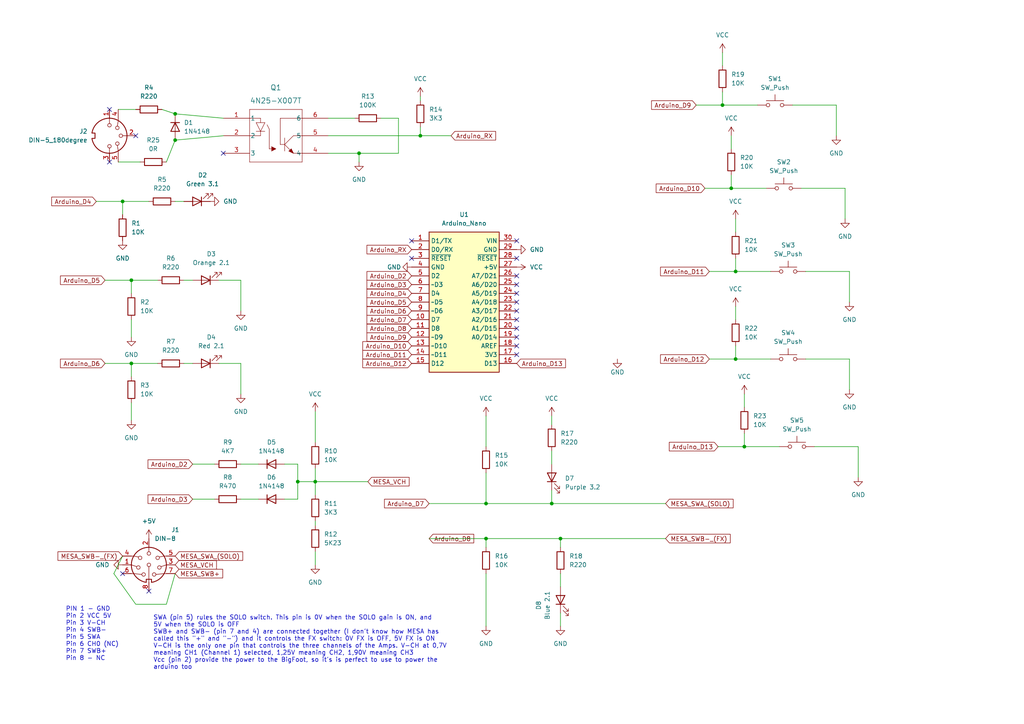
<source format=kicad_sch>
(kicad_sch (version 20211123) (generator eeschema)
  (paper "A4")
  (title_block (title "Dual Rectifier Foot Pedal") (rev "2"))
  (lib_symbols
    (symbol "4n25-x007t:4N25-X007T" (pin_names (offset 0.254))
      (property "Reference" "Q" (at 15.24 7.62 0))
      (property "Value" "4N25-X007T" (at 20.32 5.08 0))
      (symbol "4N25-X007T_0_1"
        (polyline (pts (xy 7.62 -12.7) (xy 22.86 -12.7)) (stroke (width 0.127)))
        (polyline (pts (xy 7.62 -5.08) (xy 10.795 -5.08)) (stroke (width 0.127)))
        (polyline (pts (xy 7.62 0) (xy 10.795 0)) (stroke (width 0.127)))
        (polyline (pts (xy 7.62 2.54) (xy 7.62 -12.7)) (stroke (width 0.127)))
        (polyline (pts (xy 9.525 -3.81) (xy 12.065 -3.81)) (stroke (width 0.127)))
        (polyline (pts (xy 9.525 -1.27) (xy 10.795 -3.81)) (stroke (width 0.127)))
        (polyline (pts (xy 9.525 -1.27) (xy 12.065 -1.27)) (stroke (width 0.127)))
        (polyline (pts (xy 10.795 -3.81) (xy 10.795 -5.08)) (stroke (width 0.127)))
        (polyline (pts (xy 10.795 0) (xy 10.795 -1.27)) (stroke (width 0.127)))
        (polyline (pts (xy 12.065 -1.27) (xy 10.795 -3.81)) (stroke (width 0.127)))
        (polyline (pts (xy 12.7 -1.905) (xy 13.335 -3.175)) (stroke (width 0.127)))
        (polyline (pts (xy 13.335 -8.89) (xy 14.605 -8.89)) (stroke (width 0.127)))
        (polyline (pts (xy 13.335 -3.175) (xy 13.335 -8.89)) (stroke (width 0.127)))
        (polyline (pts (xy 16.51 -7.62) (xy 17.78 -7.62)) (stroke (width 0.127)))
        (polyline (pts (xy 16.51 0) (xy 16.51 -7.62)) (stroke (width 0.127)))
        (polyline (pts (xy 17.78 -7.62) (xy 20.32 -10.16)) (stroke (width 0.127)))
        (polyline (pts (xy 17.78 -5.715) (xy 17.78 -9.525)) (stroke (width 0.127)))
        (polyline (pts (xy 19.05 -9.525) (xy 20.32 -10.16)) (stroke (width 0.127)))
        (polyline (pts (xy 19.685 -8.89) (xy 19.05 -9.525)) (stroke (width 0.127)))
        (polyline (pts (xy 20.32 -10.16) (xy 19.685 -8.89)) (stroke (width 0.127)))
        (polyline (pts (xy 20.32 -10.16) (xy 22.86 -10.16)) (stroke (width 0.127)))
        (polyline (pts (xy 20.32 -5.08) (xy 17.78 -7.62)) (stroke (width 0.127)))
        (polyline (pts (xy 22.86 -12.7) (xy 22.86 2.54)) (stroke (width 0.127)))
        (polyline (pts (xy 22.86 -5.08) (xy 20.32 -5.08)) (stroke (width 0.127)))
        (polyline (pts (xy 22.86 0) (xy 16.51 0)) (stroke (width 0.127)))
        (polyline (pts (xy 22.86 2.54) (xy 7.62 2.54)) (stroke (width 0.127)))
        (polyline (pts (xy 19.05 -9.525) (xy 20.32 -10.16) (xy 19.685 -8.89)) (fill (type outline)))
        (polyline (pts (xy 13.97 -8.255) (xy 15.24 -8.89) (xy 15.24 -8.89) (xy 13.97 -9.525)) (fill (type outline)))
        (pin unspecified line (at 0 0 0) (length 7.62) (name "1") (number "1"))
        (pin unspecified line (at 0 -5.08 0) (length 7.62) (name "2") (number "2"))
        (pin unspecified line (at 0 -10.16 0) (length 7.62) (name "3") (number "3"))
        (pin unspecified line (at 30.48 -10.16 180) (length 7.62) (name "4") (number "4"))
        (pin unspecified line (at 30.48 -5.08 180) (length 7.62) (name "5") (number "5"))
        (pin unspecified line (at 30.48 0 180) (length 7.62) (name "6") (number "6"))
      )
    )
    (symbol "Arduino:Arduino_Nano"
      (property "Reference" "U" (at -10.16 24.13 0))
      (property "Value" "Arduino_Nano" (at -10.16 22.86 0))
      (symbol "Arduino_Nano_0_1"
        (rectangle (start -10.16 20.32) (end 10.16 -20.32) (stroke (width 0.254)) (fill (type background)))
      )
      (symbol "Arduino_Nano_1_1"
        (pin bidirectional line (at -15.24 17.78 0) (length 5.08) (name "D1/TX") (number "1"))
        (pin bidirectional line (at -15.24 -5.08 0) (length 5.08) (name "D7") (number "10"))
        (pin bidirectional line (at -15.24 -7.62 0) (length 5.08) (name "D8") (number "11"))
        (pin bidirectional line (at -15.24 -10.16 0) (length 5.08) (name "~D9") (number "12"))
        (pin bidirectional line (at -15.24 -12.7 0) (length 5.08) (name "~D10") (number "13"))
        (pin bidirectional line (at -15.24 -15.24 0) (length 5.08) (name "~D11") (number "14"))
        (pin bidirectional line (at -15.24 -17.78 0) (length 5.08) (name "D12") (number "15"))
        (pin bidirectional line (at 15.24 -17.78 180) (length 5.08) (name "D13") (number "16"))
        (pin power_out line (at 15.24 -15.24 180) (length 5.08) (name "3V3") (number "17"))
        (pin input line (at 15.24 -12.7 180) (length 5.08) (name "AREF") (number "18"))
        (pin bidirectional line (at 15.24 -10.16 180) (length 5.08) (name "A0/D14") (number "19"))
        (pin bidirectional line (at -15.24 15.24 0) (length 5.08) (name "D0/RX") (number "2"))
        (pin bidirectional line (at 15.24 -7.62 180) (length 5.08) (name "A1/D15") (number "20"))
        (pin bidirectional line (at 15.24 -5.08 180) (length 5.08) (name "A2/D16") (number "21"))
        (pin bidirectional line (at 15.24 -2.54 180) (length 5.08) (name "A3/D17") (number "22"))
        (pin bidirectional line (at 15.24 0 180) (length 5.08) (name "A4/D18") (number "23"))
        (pin bidirectional line (at 15.24 2.54 180) (length 5.08) (name "A5/D19") (number "24"))
        (pin bidirectional line (at 15.24 5.08 180) (length 5.08) (name "A6/D20") (number "25"))
        (pin bidirectional line (at 15.24 7.62 180) (length 5.08) (name "A7/D21") (number "26"))
        (pin power_out line (at 15.24 10.16 180) (length 5.08) (name "+5V") (number "27"))
        (pin input line (at 15.24 12.7 180) (length 5.08) (name "~{RESET}") (number "28"))
        (pin power_in line (at 15.24 15.24 180) (length 5.08) (name "GND") (number "29"))
        (pin input line (at -15.24 12.7 0) (length 5.08) (name "~{RESET}") (number "3"))
        (pin power_in line (at 15.24 17.78 180) (length 5.08) (name "VIN") (number "30"))
        (pin power_in line (at -15.24 10.16 0) (length 5.08) (name "GND") (number "4"))
        (pin bidirectional line (at -15.24 7.62 0) (length 5.08) (name "D2") (number "5"))
        (pin bidirectional line (at -15.24 5.08 0) (length 5.08) (name "~D3") (number "6"))
        (pin bidirectional line (at -15.24 2.54 0) (length 5.08) (name "D4") (number "7"))
        (pin bidirectional line (at -15.24 0 0) (length 5.08) (name "~D5") (number "8"))
        (pin bidirectional line (at -15.24 -2.54 0) (length 5.08) (name "~D6") (number "9"))
      )
    )
    (symbol "Connector:DIN-5_180degree" (pin_names (offset 1.016))
      (property "Reference" "J" (at 3.175 5.715 0))
      (property "Value" "DIN-5_180degree" (at 0 -6.35 0))
      (symbol "DIN-5_180degree_0_1"
        (arc (start -5.08 0) (mid -3.8597 -3.3379) (end -0.762 -5.08) (stroke (width 0.254)))
        (circle (center -3.048 0) (radius 0.508))
        (circle (center -2.286 2.286) (radius 0.508))
        (polyline (pts (xy -5.08 0) (xy -3.556 0)))
        (polyline (pts (xy 0 5.08) (xy 0 3.81)))
        (polyline (pts (xy 5.08 0) (xy 3.556 0)))
        (polyline (pts (xy -5.08 2.54) (xy -4.318 2.54) (xy -2.794 2.286)))
        (polyline (pts (xy 5.08 2.54) (xy 4.318 2.54) (xy 2.794 2.286)))
        (polyline (pts (xy -0.762 -4.953) (xy -0.762 -4.191) (xy 0.762 -4.191) (xy 0.762 -4.953)) (stroke (width 0.254)))
        (circle (center 0 3.302) (radius 0.508))
        (arc (start 0.762 -5.08) (mid 3.8673 -3.3444) (end 5.08 0) (stroke (width 0.254)))
        (circle (center 2.286 2.286) (radius 0.508))
        (circle (center 3.048 0) (radius 0.508))
        (arc (start 5.08 0) (mid 0 5.08) (end -5.08 0) (stroke (width 0.254)))
      )
      (symbol "DIN-5_180degree_1_1"
        (pin passive line (at -7.62 0 0) (length 2.54) (name "~") (number "1"))
        (pin passive line (at 0 7.62 270) (length 2.54) (name "~") (number "2"))
        (pin passive line (at 7.62 0 180) (length 2.54) (name "~") (number "3"))
        (pin passive line (at -7.62 2.54 0) (length 2.54) (name "~") (number "4"))
        (pin passive line (at 7.62 2.54 180) (length 2.54) (name "~") (number "5"))
      )
    )
    (symbol "Connector:DIN-8" (pin_names (offset 1.016))
      (property "Reference" "J" (at 3.175 5.715 0))
      (property "Value" "DIN-8" (at 2.032 -5.842 0))
      (symbol "DIN-8_0_1"
        (arc (start -5.08 0) (mid -3.8597 -3.3379) (end -0.762 -5.08) (stroke (width 0.254)))
        (circle (center -3.048 -0.762) (radius 0.508))
        (circle (center -2.54 2.032) (radius 0.508))
        (circle (center -1.524 -2.794) (radius 0.508))
        (polyline (pts (xy -5.08 0) (xy -3.556 -0.508)))
        (polyline (pts (xy 0 -0.508) (xy 0 -5.08)))
        (polyline (pts (xy 0 5.08) (xy 0 3.81)))
        (polyline (pts (xy 5.08 0) (xy 3.556 -0.508)))
        (polyline (pts (xy -5.08 -2.54) (xy -4.318 -2.54) (xy -2.032 -2.794)))
        (polyline (pts (xy -5.08 2.54) (xy -4.318 2.54) (xy -3.048 2.286)))
        (polyline (pts (xy 5.08 -2.54) (xy 4.318 -2.54) (xy 2.032 -2.794)))
        (polyline (pts (xy 5.08 2.54) (xy 4.318 2.54) (xy 3.048 2.286)))
        (polyline (pts (xy -0.762 -4.953) (xy -0.762 -4.191) (xy 0.762 -4.191) (xy 0.762 -4.953)) (stroke (width 0.254)))
        (circle (center 0 0) (radius 0.508))
        (circle (center 0 3.302) (radius 0.508))
        (arc (start 0.762 -5.08) (mid 3.8673 -3.3444) (end 5.08 0) (stroke (width 0.254)))
        (circle (center 1.524 -2.794) (radius 0.508))
        (circle (center 2.54 2.032) (radius 0.508))
        (circle (center 3.048 -0.762) (radius 0.508))
        (arc (start 5.08 0) (mid 0 5.08) (end -5.08 0) (stroke (width 0.254)))
      )
      (symbol "DIN-8_1_1"
        (pin passive line (at -7.62 0 0) (length 2.54) (name "~") (number "1"))
        (pin passive line (at 0 7.62 270) (length 2.54) (name "~") (number "2"))
        (pin passive line (at 7.62 0 180) (length 2.54) (name "~") (number "3"))
        (pin passive line (at -7.62 2.54 0) (length 2.54) (name "~") (number "4"))
        (pin passive line (at 7.62 2.54 180) (length 2.54) (name "~") (number "5"))
        (pin passive line (at -7.62 -2.54 0) (length 2.54) (name "~") (number "6"))
        (pin passive line (at 7.62 -2.54 180) (length 2.54) (name "~") (number "7"))
        (pin passive line (at 0 -7.62 90) (length 2.54) (name "~") (number "8"))
      )
    )
    (symbol "Device:LED" (pin_numbers hide) (pin_names (offset 1.016) hide)
      (property "Reference" "D" (at 0 2.54 0))
      (property "Value" "LED" (at 0 -2.54 0))
      (symbol "LED_0_1"
        (polyline (pts (xy -1.27 -1.27) (xy -1.27 1.27)) (stroke (width 0.254)))
        (polyline (pts (xy -1.27 0) (xy 1.27 0)))
        (polyline (pts (xy 1.27 -1.27) (xy 1.27 1.27) (xy -1.27 0) (xy 1.27 -1.27)) (stroke (width 0.254)))
        (polyline (pts (xy -3.048 -0.762) (xy -4.572 -2.286) (xy -3.81 -2.286) (xy -4.572 -2.286) (xy -4.572 -1.524)))
        (polyline (pts (xy -1.778 -0.762) (xy -3.302 -2.286) (xy -2.54 -2.286) (xy -3.302 -2.286) (xy -3.302 -1.524)))
      )
      (symbol "LED_1_1"
        (pin passive line (at -3.81 0 0) (length 2.54) (name "K") (number "1"))
        (pin passive line (at 3.81 0 180) (length 2.54) (name "A") (number "2"))
      )
    )
    (symbol "Device:R" (pin_numbers hide) (pin_names (offset 0))
      (property "Reference" "R" (at 2.032 0 90))
      (property "Value" "R" (at 0 0 90))
      (symbol "R_0_1"
        (rectangle (start -1.016 -2.54) (end 1.016 2.54) (stroke (width 0.254)))
      )
      (symbol "R_1_1"
        (pin passive line (at 0 3.81 270) (length 1.27) (name "~") (number "1"))
        (pin passive line (at 0 -3.81 90) (length 1.27) (name "~") (number "2"))
      )
    )
    (symbol "Diode:1N4148" (pin_numbers hide) (pin_names (offset 1.016) hide)
      (property "Reference" "D" (at 0 2.54 0))
      (property "Value" "1N4148" (at 0 -2.54 0))
      (symbol "1N4148_0_1"
        (polyline (pts (xy -1.27 1.27) (xy -1.27 -1.27)) (stroke (width 0.254)))
        (polyline (pts (xy 1.27 0) (xy -1.27 0)))
        (polyline (pts (xy 1.27 1.27) (xy 1.27 -1.27) (xy -1.27 0) (xy 1.27 1.27)) (stroke (width 0.254)))
      )
      (symbol "1N4148_1_1"
        (pin passive line (at -3.81 0 0) (length 2.54) (name "K") (number "1"))
        (pin passive line (at 3.81 0 180) (length 2.54) (name "A") (number "2"))
      )
    )
    (symbol "Switch:SW_Push" (pin_numbers hide) (pin_names (offset 1.016) hide)
      (property "Reference" "SW" (at 1.27 2.54 0))
      (property "Value" "SW_Push" (at 0 -1.524 0))
      (symbol "SW_Push_0_1"
        (circle (center -2.032 0) (radius 0.508))
        (polyline (pts (xy 0 1.27) (xy 0 3.048)))
        (polyline (pts (xy 2.54 1.27) (xy -2.54 1.27)))
        (circle (center 2.032 0) (radius 0.508))
        (pin passive line (at -5.08 0 0) (length 2.54) (name "1") (number "1"))
        (pin passive line (at 5.08 0 180) (length 2.54) (name "2") (number "2"))
      )
    )
    (symbol "power:+5V" (power) (pin_names (offset 0))
      (property "Value" "+5V" (at 0 3.556 0))
      (symbol "+5V_0_1"
        (polyline (pts (xy -0.762 1.27) (xy 0 2.54)))
        (polyline (pts (xy 0 0) (xy 0 2.54)))
        (polyline (pts (xy 0 2.54) (xy 0.762 1.27)))
      )
      (symbol "+5V_1_1"
        (pin power_in line (at 0 0 90) (length 0) hide (name "+5V") (number "1"))
      )
    )
    (symbol "power:GND" (power) (pin_names (offset 0))
      (property "Value" "GND" (at 0 -3.81 0))
      (symbol "GND_0_1"
        (polyline (pts (xy 0 0) (xy 0 -1.27) (xy 1.27 -1.27) (xy 0 -2.54) (xy -1.27 -1.27) (xy 0 -1.27)))
      )
      (symbol "GND_1_1"
        (pin power_in line (at 0 0 270) (length 0) hide (name "GND") (number "1"))
      )
    )
    (symbol "power:VCC" (power) (pin_names (offset 0))
      (property "Value" "VCC" (at 0 3.81 0))
      (symbol "VCC_0_1"
        (polyline (pts (xy -0.762 1.27) (xy 0 2.54)))
        (polyline (pts (xy 0 0) (xy 0 2.54)))
        (polyline (pts (xy 0 2.54) (xy 0.762 1.27)))
      )
      (symbol "VCC_1_1"
        (pin power_in line (at 0 0 90) (length 0) hide (name "VCC") (number "1"))
      )
    )
  )
  (junction (at 215.9 129.54))
  (junction (at 162.56 156.21))
  (junction (at 50.8 33.02))
  (junction (at 38.1 105.41))
  (junction (at 213.36 104.14))
  (junction (at 140.97 156.21))
  (junction (at 121.92 39.37))
  (junction (at 38.1 81.28))
  (junction (at 50.8 40.64))
  (junction (at 213.36 78.74))
  (junction (at 35.56 58.42))
  (junction (at 212.09 54.61))
  (junction (at 86.36 139.7))
  (junction (at 104.14 44.45))
  (junction (at 91.44 139.7))
  (junction (at 140.97 146.05))
  (junction (at 160.02 146.05))
  (junction (at 209.55 30.48))
  (no_connect (at 119.38 69.85))
  (no_connect (at 119.38 74.93))
  (no_connect (at 149.86 102.87))
  (no_connect (at 149.86 100.33))
  (no_connect (at 149.86 97.79))
  (no_connect (at 149.86 95.25))
  (no_connect (at 149.86 92.71))
  (no_connect (at 149.86 90.17))
  (no_connect (at 149.86 87.63))
  (no_connect (at 149.86 85.09))
  (no_connect (at 149.86 69.85))
  (no_connect (at 149.86 82.55))
  (no_connect (at 149.86 80.01))
  (no_connect (at 149.86 74.93))
  (no_connect (at 31.75 31.75))
  (no_connect (at 39.37 39.37))
  (no_connect (at 31.75 46.99))
  (no_connect (at 43.18 171.45))
  (no_connect (at 35.56 166.37))
  (no_connect (at 64.77 44.45))
  (wire (pts (xy 140.97 156.21) (xy 140.97 158.75)))
  (wire (pts (xy 213.36 92.71) (xy 213.36 88.9)))
  (wire (pts (xy 55.88 134.62) (xy 62.23 134.62)))
  (wire (pts (xy 121.92 39.37) (xy 95.25 39.37)))
  (wire (pts (xy 82.55 134.62) (xy 86.36 134.62)))
  (wire (pts (xy 209.55 26.67) (xy 209.55 30.48)))
  (wire (pts (xy 27.94 58.42) (xy 35.56 58.42)))
  (wire (pts (xy 245.11 54.61) (xy 245.11 63.5)))
  (wire (pts (xy 213.36 67.31) (xy 213.36 63.5)))
  (wire (pts (xy 91.44 160.02) (xy 91.44 163.83)))
  (wire (pts (xy 34.29 46.99) (xy 40.64 46.99)))
  (wire (pts (xy 140.97 129.54) (xy 140.97 120.65)))
  (wire (pts (xy 74.93 134.62) (xy 69.85 134.62)))
  (wire (pts (xy 48.26 175.26) (xy 50.8 166.37)))
  (wire (pts (xy 33.02 166.37) (xy 35.56 161.29)))
  (wire (pts (xy 140.97 156.21) (xy 162.56 156.21)))
  (wire (pts (xy 160.02 146.05) (xy 193.04 146.05)))
  (wire (pts (xy 63.5 105.41) (xy 69.85 105.41)))
  (wire (pts (xy 35.56 58.42) (xy 43.18 58.42)))
  (wire (pts (xy 204.47 54.61) (xy 212.09 54.61)))
  (wire (pts (xy 209.55 19.05) (xy 209.55 15.24)))
  (wire (pts (xy 34.29 31.75) (xy 39.37 31.75)))
  (wire (pts (xy 162.56 177.8) (xy 162.56 181.61)))
  (wire (pts (xy 212.09 54.61) (xy 222.25 54.61)))
  (wire (pts (xy 209.55 30.48) (xy 219.71 30.48)))
  (wire (pts (xy 64.77 39.37) (xy 50.8 40.64)))
  (wire (pts (xy 86.36 139.7) (xy 86.36 144.78)))
  (wire (pts (xy 91.44 128.27) (xy 91.44 119.38)))
  (wire (pts (xy 91.44 139.7) (xy 91.44 135.89)))
  (wire (pts (xy 38.1 121.92) (xy 38.1 116.84)))
  (wire (pts (xy 55.88 105.41) (xy 53.34 105.41)))
  (wire (pts (xy 39.37 175.26) (xy 33.02 166.37)))
  (wire (pts (xy 39.37 175.26) (xy 48.26 175.26)))
  (wire (pts (xy 38.1 109.22) (xy 38.1 105.41)))
  (wire (pts (xy 121.92 36.83) (xy 121.92 39.37)))
  (wire (pts (xy 162.56 156.21) (xy 162.56 158.75)))
  (wire (pts (xy 213.36 104.14) (xy 223.52 104.14)))
  (wire (pts (xy 38.1 105.41) (xy 45.72 105.41)))
  (wire (pts (xy 55.88 144.78) (xy 62.23 144.78)))
  (wire (pts (xy 86.36 139.7) (xy 91.44 139.7)))
  (wire (pts (xy 124.46 156.21) (xy 140.97 156.21)))
  (wire (pts (xy 213.36 100.33) (xy 213.36 104.14)))
  (wire (pts (xy 246.38 78.74) (xy 233.68 78.74)))
  (wire (pts (xy 38.1 85.09) (xy 38.1 81.28)))
  (wire (pts (xy 213.36 78.74) (xy 223.52 78.74)))
  (wire (pts (xy 160.02 146.05) (xy 160.02 142.24)))
  (wire (pts (xy 193.04 156.21) (xy 162.56 156.21)))
  (wire (pts (xy 242.57 30.48) (xy 242.57 39.37)))
  (wire (pts (xy 55.88 81.28) (xy 53.34 81.28)))
  (wire (pts (xy 201.93 30.48) (xy 209.55 30.48)))
  (wire (pts (xy 124.46 146.05) (xy 140.97 146.05)))
  (wire (pts (xy 215.9 118.11) (xy 215.9 114.3)))
  (wire (pts (xy 246.38 104.14) (xy 246.38 113.03)))
  (wire (pts (xy 115.57 34.29) (xy 115.57 44.45)))
  (wire (pts (xy 38.1 81.28) (xy 45.72 81.28)))
  (wire (pts (xy 215.9 129.54) (xy 226.06 129.54)))
  (wire (pts (xy 86.36 134.62) (xy 86.36 139.7)))
  (wire (pts (xy 212.09 50.8) (xy 212.09 54.61)))
  (wire (pts (xy 86.36 144.78) (xy 82.55 144.78)))
  (wire (pts (xy 95.25 44.45) (xy 104.14 44.45)))
  (wire (pts (xy 35.56 62.23) (xy 35.56 58.42)))
  (wire (pts (xy 63.5 81.28) (xy 69.85 81.28)))
  (wire (pts (xy 102.87 34.29) (xy 95.25 34.29)))
  (wire (pts (xy 248.92 129.54) (xy 248.92 138.43)))
  (wire (pts (xy 140.97 181.61) (xy 140.97 166.37)))
  (wire (pts (xy 121.92 39.37) (xy 130.81 39.37)))
  (wire (pts (xy 69.85 144.78) (xy 74.93 144.78)))
  (wire (pts (xy 91.44 151.13) (xy 91.44 152.4)))
  (wire (pts (xy 69.85 105.41) (xy 69.85 114.3)))
  (wire (pts (xy 53.34 58.42) (xy 50.8 58.42)))
  (wire (pts (xy 38.1 97.79) (xy 38.1 92.71)))
  (wire (pts (xy 69.85 81.28) (xy 69.85 90.17)))
  (wire (pts (xy 91.44 139.7) (xy 106.68 139.7)))
  (wire (pts (xy 162.56 166.37) (xy 162.56 170.18)))
  (wire (pts (xy 64.77 34.29) (xy 50.8 33.02)))
  (wire (pts (xy 246.38 78.74) (xy 246.38 87.63)))
  (wire (pts (xy 46.99 31.75) (xy 50.8 33.02)))
  (wire (pts (xy 205.74 78.74) (xy 213.36 78.74)))
  (wire (pts (xy 160.02 134.62) (xy 160.02 130.81)))
  (wire (pts (xy 246.38 104.14) (xy 233.68 104.14)))
  (wire (pts (xy 110.49 34.29) (xy 115.57 34.29)))
  (wire (pts (xy 140.97 146.05) (xy 140.97 137.16)))
  (wire (pts (xy 208.28 129.54) (xy 215.9 129.54)))
  (wire (pts (xy 213.36 74.93) (xy 213.36 78.74)))
  (wire (pts (xy 115.57 44.45) (xy 104.14 44.45)))
  (wire (pts (xy 30.48 81.28) (xy 38.1 81.28)))
  (wire (pts (xy 104.14 46.99) (xy 104.14 44.45)))
  (wire (pts (xy 121.92 29.21) (xy 121.92 27.94)))
  (wire (pts (xy 205.74 104.14) (xy 213.36 104.14)))
  (wire (pts (xy 248.92 129.54) (xy 236.22 129.54)))
  (wire (pts (xy 212.09 43.18) (xy 212.09 39.37)))
  (wire (pts (xy 245.11 54.61) (xy 232.41 54.61)))
  (wire (pts (xy 91.44 143.51) (xy 91.44 139.7)))
  (wire (pts (xy 48.26 46.99) (xy 50.8 40.64)))
  (wire (pts (xy 30.48 105.41) (xy 38.1 105.41)))
  (wire (pts (xy 160.02 123.19) (xy 160.02 120.65)))
  (wire (pts (xy 242.57 30.48) (xy 229.87 30.48)))
  (wire (pts (xy 140.97 146.05) (xy 160.02 146.05)))
  (wire (pts (xy 215.9 125.73) (xy 215.9 129.54)))
  (text "SWA (pin 5) rules the SOLO switch. This pin is 0V when the SOLO gain is ON, and \n5V when the SOLO is OFF\nSWB+ and SWB- (pin 7 and 4) are connected together (I don't know how MESA has \ncalled this \"+\" and \"-\") and it controls the FX switch: 0V FX is OFF, 5V FX is ON\nV-CH is the only one pin that controls the three channels of the Amps. V-CH at 0,7V \nmeaning CH1 (Channel 1) selected, 1,25V meaning CH2, 1,90V meaning CH3\nVcc (pin 2) provide the power to the BigFoot, so it's is perfect to use to power the \narduino too" (at 44.45 194.31 0) (effects (font (size 1.27 1.27)) (justify left bottom)))
  (text "PIN 1 - GND\nPin 2 VCC 5V\nPin 3 V-CH\nPin 4 SWB-\nPin 5 SWA\nPin 6 CH0 (NC)\nPin 7 SWB+\nPin 8 - NC" (at 19.05 191.77 0) (effects (font (size 1.27 1.27)) (justify left bottom)))
  (global_label "MESA_VCH" (shape input) (at 106.68 139.7 0) (property "Intersheet References" "${INTERSHEET_REFS}" (effects hide)))
  (global_label "Arduino_RX" (shape input) (at 130.81 39.37 0) (property "Intersheet References" "${INTERSHEET_REFS}" (effects hide)))
  (global_label "Arduino_D7" (shape input) (at 124.46 146.05 180) (property "Intersheet References" "${INTERSHEET_REFS}" (effects hide)))
  (global_label "Arduino_D13" (shape input) (at 149.86 105.41 0) (property "Intersheet References" "${INTERSHEET_REFS}" (effects hide)))
  (global_label "Arduino_D5" (shape input) (at 119.38 87.63 180) (property "Intersheet References" "${INTERSHEET_REFS}" (effects hide)))
  (global_label "Arduino_D6" (shape input) (at 119.38 90.17 180) (property "Intersheet References" "${INTERSHEET_REFS}" (effects hide)))
  (global_label "Arduino_D7" (shape input) (at 119.38 92.71 180) (property "Intersheet References" "${INTERSHEET_REFS}" (effects hide)))
  (global_label "Arduino_D3" (shape input) (at 119.38 82.55 180) (property "Intersheet References" "${INTERSHEET_REFS}" (effects hide)))
  (global_label "Arduino_D2" (shape input) (at 55.88 134.62 180) (property "Intersheet References" "${INTERSHEET_REFS}" (effects hide)))
  (global_label "Arduino_D8" (shape input) (at 119.38 95.25 180) (property "Intersheet References" "${INTERSHEET_REFS}" (effects hide)))
  (global_label "MESA_VCH" (shape input) (at 50.8 163.83 0) (property "Intersheet References" "${INTERSHEET_REFS}" (effects hide)))
  (global_label "Arduino_D10" (shape input) (at 204.47 54.61 180) (property "Intersheet References" "${INTERSHEET_REFS}" (effects hide)))
  (global_label "MESA_SWA_(SOLO)" (shape input) (at 50.8 161.29 0) (property "Intersheet References" "${INTERSHEET_REFS}" (effects hide)))
  (global_label "Arduino_D13" (shape input) (at 208.28 129.54 180) (property "Intersheet References" "${INTERSHEET_REFS}" (effects hide)))
  (global_label "Arduino_D11" (shape input) (at 119.38 102.87 180) (property "Intersheet References" "${INTERSHEET_REFS}" (effects hide)))
  (global_label "Arduino_D4" (shape input) (at 119.38 85.09 180) (property "Intersheet References" "${INTERSHEET_REFS}" (effects hide)))
  (global_label "MESA_SWB+" (shape input) (at 50.8 166.37 0) (property "Intersheet References" "${INTERSHEET_REFS}" (effects hide)))
  (global_label "Arduino_D9" (shape input) (at 119.38 97.79 180) (property "Intersheet References" "${INTERSHEET_REFS}" (effects hide)))
  (global_label "MESA_SWA_(SOLO)" (shape input) (at 193.04 146.05 0) (property "Intersheet References" "${INTERSHEET_REFS}" (effects hide)))
  (global_label "Arduino_D12" (shape input) (at 205.74 104.14 180) (property "Intersheet References" "${INTERSHEET_REFS}" (effects hide)))
  (global_label "Arduino_D6" (shape input) (at 30.48 105.41 180) (property "Intersheet References" "${INTERSHEET_REFS}" (effects hide)))
  (global_label "Arduino_D4" (shape input) (at 27.94 58.42 180) (property "Intersheet References" "${INTERSHEET_REFS}" (effects hide)))
  (global_label "Arduino_D5" (shape input) (at 30.48 81.28 180) (property "Intersheet References" "${INTERSHEET_REFS}" (effects hide)))
  (global_label "Arduino_D3" (shape input) (at 55.88 144.78 180) (property "Intersheet References" "${INTERSHEET_REFS}" (effects hide)))
  (global_label "Arduino_D2" (shape input) (at 119.38 80.01 180) (property "Intersheet References" "${INTERSHEET_REFS}" (effects hide)))
  (global_label "Arduino_D8" (shape input) (at 124.46 156.21 0) (property "Intersheet References" "${INTERSHEET_REFS}" (effects hide)))
  (global_label "Arduino_D10" (shape input) (at 119.38 100.33 180) (property "Intersheet References" "${INTERSHEET_REFS}" (effects hide)))
  (global_label "MESA_SWB-_(FX)" (shape input) (at 193.04 156.21 0) (property "Intersheet References" "${INTERSHEET_REFS}" (effects hide)))
  (global_label "Arduino_D12" (shape input) (at 119.38 105.41 180) (property "Intersheet References" "${INTERSHEET_REFS}" (effects hide)))
  (global_label "Arduino_D11" (shape input) (at 205.74 78.74 180) (property "Intersheet References" "${INTERSHEET_REFS}" (effects hide)))
  (global_label "Arduino_D9" (shape input) (at 201.93 30.48 180) (property "Intersheet References" "${INTERSHEET_REFS}" (effects hide)))
  (global_label "MESA_SWB-_(FX)" (shape input) (at 35.56 161.29 180) (property "Intersheet References" "${INTERSHEET_REFS}" (effects hide)))
  (global_label "Arduino_RX" (shape input) (at 119.38 72.39 180) (property "Intersheet References" "${INTERSHEET_REFS}" (effects hide)))
  (symbol (lib_id "power:GND") (at 35.56 69.85 0) (unit 1)
    (property "Reference" "#PWR0125" (effects hide))
    (property "Value" "GND" (at 35.56 74.93 0))
  )
  (symbol (lib_id "Device:R") (at 44.45 46.99 90) (unit 1)
    (property "Reference" "R25" (at 44.45 40.64 90))
    (property "Value" "0R" (at 44.45 43.18 90))
    (property "Footprint" "Resistor_SMD:R_0805_2012Metric" (effects hide))
    (property "DigiKey Part Number " "P0.0ACT-ND" (effects hide))
    (property "Manufacturer" "Panasonic Electronic Components" (effects hide))
    (property "MPN" "ERJ-6GEY0R00V" (effects hide))
  )
  (symbol (lib_id "power:GND") (at 69.85 114.3 0) (unit 1)
    (property "Reference" "#PWR0109" (effects hide))
    (property "Value" "GND" (at 69.85 119.38 0))
  )
  (symbol (lib_id "Device:R") (at 106.68 34.29 270) (unit 1)
    (property "Reference" "R13" (at 106.68 27.94 90))
    (property "Value" "100K" (at 106.68 30.48 90))
    (property "Footprint" "Resistor_SMD:R_0805_2012Metric" (effects hide))
    (property "DigiKey Part Number " "10-ERA-6VEB1003VCT-ND" (effects hide))
    (property "Manufacturer" "Panasonic Electronic Components" (effects hide))
    (property "MPN" "ERA-6VEB1003V" (effects hide))
  )
  (symbol (lib_id "Device:R") (at 49.53 81.28 270) (unit 1)
    (property "Reference" "R6" (at 49.53 74.93 90))
    (property "Value" "R220" (at 49.53 77.47 90))
    (property "Footprint" "Resistor_SMD:R_0805_2012Metric" (effects hide))
    (property "DigiKey Part Number " "P20516CT-ND" (effects hide))
    (property "Manufacturer" "Panasonic Electronic Components" (effects hide))
    (property "MPN" "ERJ-PB6B2200V" (effects hide))
  )
  (symbol (lib_id "Device:LED") (at 162.56 173.99 90) (unit 1)
    (property "Reference" "D8" (at 156.21 175.5775 0))
    (property "Value" "Blue 2.1" (at 158.75 175.5775 0))
    (property "Footprint" "LED_THT:LED_D5.0mm" (effects hide))
  )
  (symbol (lib_id "Device:R") (at 160.02 127 0) (unit 1)
    (property "Reference" "R17" (at 162.56 125.7299 0) (effects (justify left)))
    (property "Value" "R220" (at 162.56 128.2699 0) (effects (justify left)))
    (property "Footprint" "Resistor_SMD:R_0805_2012Metric" (effects hide))
    (property "DigiKey Part Number " "P20516CT-ND" (effects hide))
    (property "Manufacturer" "Panasonic Electronic Components" (effects hide))
    (property "MPN" "ERJ-PB6B2200V" (effects hide))
  )
  (symbol (lib_id "Switch:SW_Push") (at 224.79 30.48 0) (unit 1)
    (property "Reference" "SW1" (at 224.79 22.86 0))
    (property "Value" "SW_Push" (at 224.79 25.4 0))
    (property "Footprint" "Connector_PinHeader_2.54mm:PinHeader_1x02_P2.54mm_Vertical" (effects hide))
  )
  (symbol (lib_id "Device:R") (at 140.97 162.56 0) (unit 1)
    (property "Reference" "R16" (at 143.51 161.2899 0) (effects (justify left)))
    (property "Value" "10K" (at 143.51 163.8299 0) (effects (justify left)))
    (property "Footprint" "Resistor_SMD:R_0805_2012Metric" (effects hide))
    (property "DigiKey Part Number " "10-ERA-6VEB1002VCT-ND" (effects hide))
    (property "MPN" "ERA-6VEB1002V" (effects hide))
    (property "Manufacturer" "Panasonic Electronic Components" (effects hide))
  )
  (symbol (lib_id "Switch:SW_Push") (at 231.14 129.54 0) (unit 1)
    (property "Reference" "SW5" (at 231.14 121.92 0))
    (property "Value" "SW_Push" (at 231.14 124.46 0))
    (property "Footprint" "Connector_PinHeader_2.54mm:PinHeader_1x02_P2.54mm_Vertical" (effects hide))
  )
  (symbol (lib_id "power:GND") (at 69.85 90.17 0) (unit 1)
    (property "Reference" "#PWR0126" (effects hide))
    (property "Value" "GND" (at 69.85 95.25 0))
  )
  (symbol (lib_id "Device:R") (at 35.56 66.04 0) (unit 1)
    (property "Reference" "R1" (at 38.1 64.7699 0) (effects (justify left)))
    (property "Value" "10K" (at 38.1 67.3099 0) (effects (justify left)))
    (property "Footprint" "Resistor_SMD:R_0805_2012Metric" (effects hide))
    (property "MPN" "ERA-6VEB1002V" (effects hide))
    (property "Manufacturer" "Panasonic Electronic Components" (effects hide))
    (property "DigiKey Part Number " "10-ERA-6VEB1002VCT-ND" (effects hide))
  )
  (symbol (lib_id "Device:R") (at 212.09 46.99 0) (unit 1)
    (property "Reference" "R20" (at 214.63 45.7199 0) (effects (justify left)))
    (property "Value" "10K" (at 214.63 48.2599 0) (effects (justify left)))
    (property "Footprint" "Resistor_SMD:R_0805_2012Metric" (effects hide))
    (property "Manufacturer" "Panasonic Electronic Components" (effects hide))
    (property "DigiKey Part Number " "10-ERA-6VEB1002VCT-ND" (effects hide))
    (property "MPN" "ERA-6VEB1002V" (effects hide))
  )
  (symbol (lib_id "4n25-x007t:4N25-X007T") (at 64.77 34.29 0) (unit 1)
    (property "Reference" "Q1" (at 80.01 25.4 0) (effects (font (size 1.524 1.524))))
    (property "Value" "4N25-X007T" (at 80.01 29.21 0) (effects (font (size 1.524 1.524))))
    (property "Footprint" "4n25-x007t:X007_VIS" (effects hide))
    (property "Datasheet" "4N25-X007T" (effects hide))
    (property "DigiKey Part Number " "4N25-X007TCT-ND" (effects hide))
    (property "Manufacturer" "Vishay Semiconductor Opto Division" (effects hide))
    (property "MPN" "4N25-X007T" (effects hide))
  )
  (symbol (lib_id "Device:LED") (at 59.69 105.41 180) (unit 1)
    (property "Reference" "D4" (at 61.2775 97.79 0))
    (property "Value" "Red 2.1" (at 61.2775 100.33 0))
    (property "Footprint" "LED_THT:LED_D5.0mm" (effects hide))
  )
  (symbol (lib_id "Device:R") (at 121.92 33.02 0) (unit 1)
    (property "Reference" "R14" (at 124.46 31.7499 0) (effects (justify left)))
    (property "Value" "3K3" (at 124.46 34.2899 0) (effects (justify left)))
    (property "Footprint" "Resistor_SMD:R_0805_2012Metric" (effects hide))
    (property "DigiKey Part Number " "P21076CT-ND" (effects hide))
    (property "MPN" "ERJ-PB6D3301V" (effects hide))
    (property "Manufacturer" "Panasonic Electronic Components" (effects hide))
  )
  (symbol (lib_id "power:VCC") (at 215.9 114.3 0) (unit 1)
    (property "Reference" "#PWR0122" (effects hide))
    (property "Value" "VCC" (at 215.9 109.22 0))
  )
  (symbol (lib_id "Device:R") (at 49.53 105.41 270) (unit 1)
    (property "Reference" "R7" (at 49.53 99.06 90))
    (property "Value" "R220" (at 49.53 101.6 90))
    (property "Footprint" "Resistor_SMD:R_0805_2012Metric" (effects hide))
    (property "DigiKey Part Number " "P20516CT-ND" (effects hide))
    (property "Manufacturer" "Panasonic Electronic Components" (effects hide))
    (property "MPN" "ERJ-PB6B2200V" (effects hide))
  )
  (symbol (lib_id "Arduino:Arduino_Nano") (at 134.62 87.63 0) (unit 1)
    (property "Reference" "U1" (at 134.62 62.23 0))
    (property "Value" "Arduino_Nano" (at 134.62 64.77 0))
    (property "Footprint" "Arduino:Arduino_Nano" (effects hide))
    (property "Datasheet" "https://store.arduino.cc/usa/arduino-nano" (effects hide))
  )
  (symbol (lib_id "power:VCC") (at 213.36 88.9 0) (unit 1)
    (property "Reference" "#PWR0121" (effects hide))
    (property "Value" "VCC" (at 213.36 83.82 0))
  )
  (symbol (lib_id "Device:LED") (at 59.69 81.28 180) (unit 1)
    (property "Reference" "D3" (at 61.2775 73.66 0))
    (property "Value" "Orange 2.1" (at 61.2775 76.2 0))
    (property "Footprint" "LED_THT:LED_D5.0mm" (effects hide))
  )
  (symbol (lib_id "Device:R") (at 38.1 113.03 0) (unit 1)
    (property "Reference" "R3" (at 40.64 111.7599 0) (effects (justify left)))
    (property "Value" "10K" (at 40.64 114.2999 0) (effects (justify left)))
    (property "Footprint" "Resistor_SMD:R_0805_2012Metric" (effects hide))
    (property "DigiKey Part Number " "10-ERA-6VEB1002VCT-ND" (effects hide))
    (property "Manufacturer" "Panasonic Electronic Components" (effects hide))
    (property "MPN" "ERA-6VEB1002V" (effects hide))
  )
  (symbol (lib_id "power:VCC") (at 121.92 27.94 0) (unit 1)
    (property "Reference" "#PWR0111" (effects hide))
    (property "Value" "VCC" (at 121.92 22.86 0))
  )
  (symbol (lib_id "Device:R") (at 66.04 144.78 270) (unit 1)
    (property "Reference" "R8" (at 66.04 138.43 90))
    (property "Value" "R470" (at 66.04 140.97 90))
    (property "Footprint" "Resistor_SMD:R_0805_2012Metric" (effects hide))
    (property "DigiKey Part Number " "10-ERA-6VEB4700VCT-ND" (effects hide))
    (property "Manufacturer" "Panasonic Electronic Components" (effects hide))
    (property "MPN" "ERA-6VEB4700V" (effects hide))
  )
  (symbol (lib_id "power:GND") (at 149.86 72.39 90) (unit 1)
    (property "Reference" "#PWR02" (effects hide))
    (property "Value" "GND" (at 153.67 72.3899 90) (effects (justify right)))
  )
  (symbol (lib_id "power:GND") (at 119.38 77.47 270) (unit 1)
    (property "Reference" "#PWR01" (effects hide))
    (property "Value" "GND" (at 114.3 77.47 90))
  )
  (symbol (lib_id "power:VCC") (at 91.44 119.38 0) (unit 1)
    (property "Reference" "#PWR0101" (effects hide))
    (property "Value" "VCC" (at 91.44 114.3 0))
  )
  (symbol (lib_id "Switch:SW_Push") (at 228.6 78.74 0) (unit 1)
    (property "Reference" "SW3" (at 228.6 71.12 0))
    (property "Value" "SW_Push" (at 228.6 73.66 0))
    (property "Footprint" "Connector_PinHeader_2.54mm:PinHeader_1x02_P2.54mm_Vertical" (effects hide))
  )
  (symbol (lib_id "Device:R") (at 91.44 147.32 0) (unit 1)
    (property "Reference" "R11" (at 93.98 146.0499 0) (effects (justify left)))
    (property "Value" "3K3" (at 93.98 148.5899 0) (effects (justify left)))
    (property "Footprint" "Resistor_SMD:R_0805_2012Metric" (effects hide))
    (property "DigiKey Part Number " "P21076CT-ND" (effects hide))
    (property "MPN" "ERJ-PB6D3301V" (effects hide))
    (property "Manufacturer" "Panasonic Electronic Components" (effects hide))
  )
  (symbol (lib_id "power:GND") (at 242.57 39.37 0) (unit 1)
    (property "Reference" "#PWR0112" (effects hide))
    (property "Value" "GND" (at 242.57 44.45 0))
  )
  (symbol (lib_id "power:VCC") (at 212.09 39.37 0) (unit 1)
    (property "Reference" "#PWR0108" (effects hide))
    (property "Value" "VCC" (at 212.09 34.29 0))
  )
  (symbol (lib_id "Device:R") (at 209.55 22.86 0) (unit 1)
    (property "Reference" "R19" (at 212.09 21.5899 0) (effects (justify left)))
    (property "Value" "10K" (at 212.09 24.1299 0) (effects (justify left)))
    (property "Footprint" "Resistor_SMD:R_0805_2012Metric" (effects hide))
    (property "Manufacturer" "Panasonic Electronic Components" (effects hide))
    (property "DigiKey Part Number " "10-ERA-6VEB1002VCT-ND" (effects hide))
    (property "MPN" "ERA-6VEB1002V" (effects hide))
  )
  (symbol (lib_id "Device:R") (at 213.36 71.12 0) (unit 1)
    (property "Reference" "R21" (at 215.9 69.8499 0) (effects (justify left)))
    (property "Value" "10K" (at 215.9 72.3899 0) (effects (justify left)))
    (property "Footprint" "Resistor_SMD:R_0805_2012Metric" (effects hide))
    (property "Manufacturer" "Panasonic Electronic Components" (effects hide))
    (property "DigiKey Part Number " "10-ERA-6VEB1002VCT-ND" (effects hide))
    (property "MPN" "ERA-6VEB1002V" (effects hide))
  )
  (symbol (lib_id "Diode:1N4148") (at 78.74 134.62 0) (unit 1)
    (property "Reference" "D5" (at 78.74 128.27 0))
    (property "Value" "1N4148" (at 78.74 130.81 0))
    (property "Footprint" "1N4148W-13-L:SOD123_DIO" (effects hide))
    (property "Datasheet" "https://assets.nexperia.com/documents/data-sheet/1N4148_1N4448.pdf" (effects hide))
    (property "DigiKey Part Number " "4878-1N4148WCT-ND" (effects hide))
    (property "Manufacturer" "Diotec Semiconductor" (effects hide))
    (property "MPN" "1N4148W" (effects hide))
  )
  (symbol (lib_id "Device:R") (at 213.36 96.52 0) (unit 1)
    (property "Reference" "R22" (at 215.9 95.2499 0) (effects (justify left)))
    (property "Value" "10K" (at 215.9 97.7899 0) (effects (justify left)))
    (property "Footprint" "Resistor_SMD:R_0805_2012Metric" (effects hide))
    (property "Manufacturer" "Panasonic Electronic Components" (effects hide))
    (property "DigiKey Part Number " "10-ERA-6VEB1002VCT-ND" (effects hide))
    (property "MPN" "ERA-6VEB1002V" (effects hide))
  )
  (symbol (lib_id "Device:R") (at 38.1 88.9 0) (unit 1)
    (property "Reference" "R2" (at 40.64 87.6299 0) (effects (justify left)))
    (property "Value" "10K" (at 40.64 90.1699 0) (effects (justify left)))
    (property "Footprint" "Resistor_SMD:R_0805_2012Metric" (effects hide))
    (property "Datasheet" "(sheet_instances" (effects hide))
    (property "MPN" "ERA-6VEB1002V" (effects hide))
    (property "Manufacturer" "Panasonic Electronic Components" (effects hide))
    (property "DigiKey Part Number " "10-ERA-6VEB1002VCT-ND" (effects hide))
  )
  (symbol (lib_id "Device:R") (at 215.9 121.92 0) (unit 1)
    (property "Reference" "R23" (at 218.44 120.6499 0) (effects (justify left)))
    (property "Value" "10K" (at 218.44 123.1899 0) (effects (justify left)))
    (property "Footprint" "Resistor_SMD:R_0805_2012Metric" (effects hide))
    (property "Manufacturer" "Panasonic Electronic Components" (effects hide))
    (property "DigiKey Part Number " "10-ERA-6VEB1002VCT-ND" (effects hide))
    (property "MPN" "ERA-6VEB1002V" (effects hide))
  )
  (symbol (lib_id "power:GND") (at 35.56 163.83 270) (unit 1)
    (property "Reference" "#PWR0129" (effects hide))
    (property "Value" "GND" (at 31.75 163.8299 90) (effects (justify right)))
  )
  (symbol (lib_id "power:GND") (at 38.1 121.92 0) (unit 1)
    (property "Reference" "#PWR0102" (effects hide))
    (property "Value" "GND" (at 38.1 127 0))
  )
  (symbol (lib_id "Diode:1N4148") (at 78.74 144.78 0) (unit 1)
    (property "Reference" "D6" (at 78.74 138.43 0))
    (property "Value" "1N4148" (at 78.74 140.97 0))
    (property "Footprint" "1N4148W-13-L:SOD123_DIO" (effects hide))
    (property "Datasheet" "https://assets.nexperia.com/documents/data-sheet/1N4148_1N4448.pdf" (effects hide))
    (property "DigiKey Part Number " "4878-1N4148WCT-ND" (effects hide))
    (property "Manufacturer" "Diotec Semiconductor" (effects hide))
    (property "MPN" "1N4148W" (effects hide))
  )
  (symbol (lib_id "power:GND") (at 248.92 138.43 0) (unit 1)
    (property "Reference" "#PWR0107" (effects hide))
    (property "Value" "GND" (at 248.92 143.51 0))
  )
  (symbol (lib_id "Device:R") (at 43.18 31.75 270) (unit 1)
    (property "Reference" "R4" (at 43.18 25.4 90))
    (property "Value" "R220" (at 43.18 27.94 90))
    (property "Footprint" "Resistor_SMD:R_0805_2012Metric" (effects hide))
    (property "DigiKey Part Number " "P20516CT-ND" (effects hide))
    (property "Manufacturer" "Panasonic Electronic Components" (effects hide))
    (property "MPN" "ERJ-PB6B2200V" (effects hide))
  )
  (symbol (lib_id "power:GND") (at 104.14 46.99 0) (unit 1)
    (property "Reference" "#PWR0114" (effects hide))
    (property "Value" "GND" (at 104.14 52.07 0))
  )
  (symbol (lib_id "Device:R") (at 162.56 162.56 0) (unit 1)
    (property "Reference" "R18" (at 165.1 161.2899 0) (effects (justify left)))
    (property "Value" "R220" (at 165.1 163.8299 0) (effects (justify left)))
    (property "Footprint" "Resistor_SMD:R_0805_2012Metric" (effects hide))
    (property "DigiKey Part Number " "P20516CT-ND" (effects hide))
    (property "Manufacturer" "Panasonic Electronic Components" (effects hide))
    (property "MPN" "ERJ-PB6B2200V" (effects hide))
  )
  (symbol (lib_id "power:GND") (at 140.97 181.61 0) (unit 1)
    (property "Reference" "#PWR0120" (effects hide))
    (property "Value" "GND" (at 140.97 186.69 0))
  )
  (symbol (lib_id "power:GND") (at 246.38 87.63 0) (unit 1)
    (property "Reference" "#PWR0110" (effects hide))
    (property "Value" "GND" (at 246.38 92.71 0))
  )
  (symbol (lib_id "power:VCC") (at 209.55 15.24 0) (unit 1)
    (property "Reference" "#PWR0106" (effects hide))
    (property "Value" "VCC" (at 209.55 10.16 0))
  )
  (symbol (lib_id "Device:R") (at 140.97 133.35 0) (unit 1)
    (property "Reference" "R15" (at 143.51 132.0799 0) (effects (justify left)))
    (property "Value" "10K" (at 143.51 134.6199 0) (effects (justify left)))
    (property "Footprint" "Resistor_SMD:R_0805_2012Metric" (effects hide))
    (property "DigiKey Part Number " "10-ERA-6VEB1002VCT-ND" (effects hide))
    (property "MPN" "ERA-6VEB1002V" (effects hide))
    (property "Manufacturer" "Panasonic Electronic Components" (effects hide))
  )
  (symbol (lib_id "Switch:SW_Push") (at 228.6 104.14 0) (unit 1)
    (property "Reference" "SW4" (at 228.6 96.52 0))
    (property "Value" "SW_Push" (at 228.6 99.06 0))
    (property "Footprint" "Connector_PinHeader_2.54mm:PinHeader_1x02_P2.54mm_Vertical" (effects hide))
  )
  (symbol (lib_id "power:VCC") (at 213.36 63.5 0) (unit 1)
    (property "Reference" "#PWR0105" (effects hide))
    (property "Value" "VCC" (at 213.36 58.42 0))
  )
  (symbol (lib_id "power:+5V") (at 43.18 156.21 0) (unit 1)
    (property "Reference" "#PWR0130" (effects hide))
    (property "Value" "+5V" (at 43.18 151.13 0))
  )
  (symbol (lib_id "Device:LED") (at 160.02 138.43 90) (unit 1)
    (property "Reference" "D7" (at 163.83 138.7474 90) (effects (justify right)))
    (property "Value" "Purple 3.2" (at 163.83 141.2874 90) (effects (justify right)))
    (property "Footprint" "LED_THT:LED_D5.0mm" (effects hide))
  )
  (symbol (lib_id "Connector:DIN-5_180degree") (at 31.75 39.37 270) (unit 1)
    (property "Reference" "J2" (at 25.4 38.1 90) (effects (justify right)))
    (property "Value" "DIN-5_180degree" (at 25.4 40.64 90) (effects (justify right)))
    (property "Footprint" "Connector_PinHeader_2.54mm:PinHeader_1x05_P2.54mm_Vertical" (effects hide))
    (property "Datasheet" "http://www.mouser.com/ds/2/18/40_c091_abd_e-75918.pdf" (effects hide))
  )
  (symbol (lib_id "power:GND") (at 179.07 104.14 0) (unit 1)
    (property "Reference" "#PWR04" (effects hide))
    (property "Value" "GND" (at 179.07 107.95 0))
  )
  (symbol (lib_id "Device:R") (at 66.04 134.62 270) (unit 1)
    (property "Reference" "R9" (at 66.04 128.27 90))
    (property "Value" "4K7" (at 66.04 130.81 90))
    (property "Footprint" "Resistor_SMD:R_0805_2012Metric" (effects hide))
    (property "DigiKey Part Number " "10-ERA-6VEB4701VCT-ND" (effects hide))
    (property "Manufacturer" "Panasonic Electronic Components" (effects hide))
    (property "MPN" "ERA-6VEB4701V" (effects hide))
  )
  (symbol (lib_id "Connector:DIN-8") (at 43.18 163.83 0) (unit 1)
    (property "Reference" "J1" (at 52.07 153.67 0) (effects (justify right)))
    (property "Value" "DIN-8" (at 44.8311 156.21 0) (effects (justify left)))
    (property "Footprint" "Connector_PinHeader_2.54mm:PinHeader_1x08_P2.54mm_Vertical" (effects hide))
    (property "Datasheet" "http://www.mouser.com/ds/2/18/40_c091_abd_e-75918.pdf" (effects hide))
  )
  (symbol (lib_id "Device:R") (at 91.44 156.21 0) (unit 1)
    (property "Reference" "R12" (at 93.98 154.9399 0) (effects (justify left)))
    (property "Value" "5K23" (at 93.98 157.4799 0) (effects (justify left)))
    (property "Footprint" "Resistor_SMD:R_0805_2012Metric" (effects hide))
    (property "DigiKey Part Number " "P20676CT-ND" (effects hide))
    (property "Manufacturer" "Panasonic Electronic Components" (effects hide))
    (property "MPN" "ERJ-PB6B5231V" (effects hide))
  )
  (symbol (lib_id "Device:R") (at 91.44 132.08 0) (unit 1)
    (property "Reference" "R10" (at 93.98 130.8099 0) (effects (justify left)))
    (property "Value" "10K" (at 93.98 133.3499 0) (effects (justify left)))
    (property "Footprint" "Resistor_SMD:R_0805_2012Metric" (effects hide))
    (property "MPN" "ERA-6VEB1002V" (effects hide))
    (property "Manufacturer" "Panasonic Electronic Components" (effects hide))
    (property "DigiKey Part Number " "10-ERA-6VEB1002VCT-ND" (effects hide))
  )
  (symbol (lib_id "Device:LED") (at 57.15 58.42 180) (unit 1)
    (property "Reference" "D2" (at 58.7375 50.8 0))
    (property "Value" "Green 3.1" (at 58.7375 53.34 0))
    (property "Footprint" "LED_THT:LED_D5.0mm" (effects hide))
  )
  (symbol (lib_id "power:GND") (at 246.38 113.03 0) (unit 1)
    (property "Reference" "#PWR0104" (effects hide))
    (property "Value" "GND" (at 246.38 118.11 0))
  )
  (symbol (lib_id "power:VCC") (at 160.02 120.65 0) (unit 1)
    (property "Reference" "#PWR0118" (effects hide))
    (property "Value" "VCC" (at 160.02 115.57 0))
  )
  (symbol (lib_id "power:VCC") (at 140.97 120.65 0) (unit 1)
    (property "Reference" "#PWR0117" (effects hide))
    (property "Value" "VCC" (at 140.97 115.57 0))
  )
  (symbol (lib_id "power:GND") (at 38.1 97.79 0) (unit 1)
    (property "Reference" "#PWR0124" (effects hide))
    (property "Value" "GND" (at 38.1 102.87 0))
  )
  (symbol (lib_id "power:VCC") (at 149.86 77.47 270) (unit 1)
    (property "Reference" "#PWR03" (effects hide))
    (property "Value" "VCC" (at 153.67 77.4699 90) (effects (justify left)))
  )
  (symbol (lib_id "Device:R") (at 46.99 58.42 270) (unit 1)
    (property "Reference" "R5" (at 46.99 52.07 90))
    (property "Value" "R220" (at 46.99 54.61 90))
    (property "Footprint" "Resistor_SMD:R_0805_2012Metric" (effects hide))
    (property "DigiKey Part Number " "P20516CT-ND" (effects hide))
    (property "Manufacturer" "Panasonic Electronic Components" (effects hide))
    (property "MPN" "ERJ-PB6B2200V" (effects hide))
  )
  (symbol (lib_id "Switch:SW_Push") (at 227.33 54.61 0) (unit 1)
    (property "Reference" "SW2" (at 227.33 46.99 0))
    (property "Value" "SW_Push" (at 227.33 49.53 0))
    (property "Footprint" "Connector_PinHeader_2.54mm:PinHeader_1x02_P2.54mm_Vertical" (effects hide))
  )
  (symbol (lib_id "power:GND") (at 60.96 58.42 90) (unit 1)
    (property "Reference" "#PWR0127" (effects hide))
    (property "Value" "GND" (at 64.77 58.4199 90) (effects (justify right)))
  )
  (symbol (lib_id "power:GND") (at 245.11 63.5 0) (unit 1)
    (property "Reference" "#PWR0113" (effects hide))
    (property "Value" "GND" (at 245.11 68.58 0))
  )
  (symbol (lib_id "power:GND") (at 91.44 163.83 0) (unit 1)
    (property "Reference" "#PWR0103" (effects hide))
    (property "Value" "GND" (at 91.44 168.91 0))
  )
  (symbol (lib_id "Diode:1N4148") (at 50.8 36.83 270) (unit 1)
    (property "Reference" "D1" (at 53.34 35.5599 90) (effects (justify left)))
    (property "Value" "1N4148" (at 53.34 38.0999 90) (effects (justify left)))
    (property "Footprint" "1N4148W-13-L:SOD123_DIO" (effects hide))
    (property "Datasheet" "https://assets.nexperia.com/documents/data-sheet/1N4148_1N4448.pdf" (effects hide))
    (property "DigiKey Part Number " "4878-1N4148WCT-ND" (effects hide))
    (property "Manufacturer" "Diotec Semiconductor" (effects hide))
    (property "MPN" "1N4148W" (effects hide))
  )
  (symbol (lib_id "power:GND") (at 162.56 181.61 0) (unit 1)
    (property "Reference" "#PWR0123" (effects hide))
    (property "Value" "GND" (at 162.56 186.69 0))
  )
)
</source>
